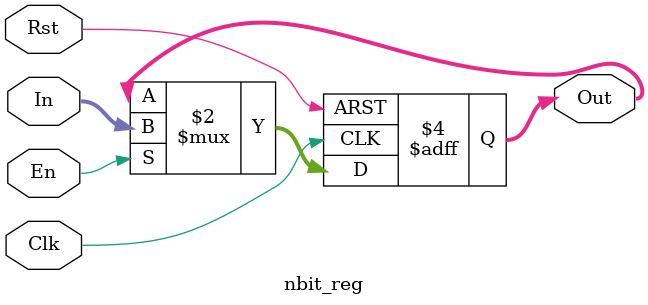
<source format=v>
`timescale 1ns / 1ps

module nbit_reg #(parameter WIDTH=4)(Clk, En, Rst, In, Out);
    input Clk, En, Rst;
    input [WIDTH-1:0] In;
    output reg [WIDTH-1:0] Out;
  
    
	always @ (posedge Clk or posedge Rst) begin
		if (Rst)
			Out <= 0;
		else if (En)
			Out <= In;

	end
    
endmodule

</source>
